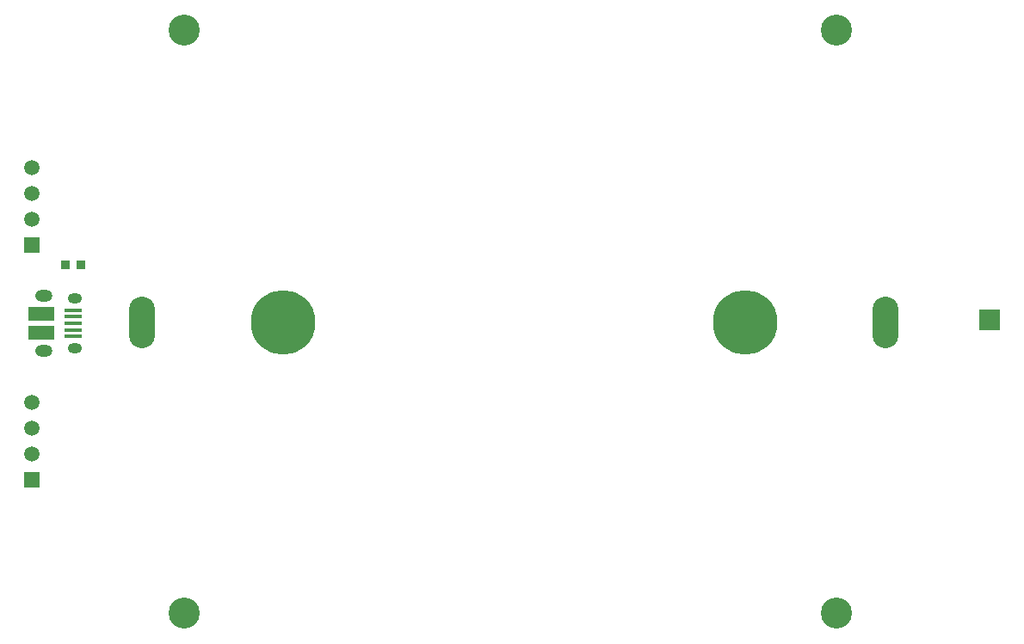
<source format=gbr>
%TF.GenerationSoftware,Altium Limited,Altium Designer,19.1.9 (167)*%
G04 Layer_Color=255*
%FSLAX26Y26*%
%MOIN*%
%TF.FileFunction,Pads,Bot*%
%TF.Part,Single*%
G01*
G75*
%TA.AperFunction,SMDPad,CuDef*%
%ADD37R,0.038000X0.037000*%
%TA.AperFunction,ComponentPad*%
%ADD48C,0.250000*%
%ADD49O,0.100000X0.200000*%
%ADD50R,0.080000X0.080000*%
%ADD51O,0.066929X0.047244*%
%ADD52O,0.055118X0.039370*%
%ADD53C,0.059055*%
%ADD54R,0.059055X0.059055*%
%TA.AperFunction,ViaPad*%
%ADD55C,0.120000*%
%TA.AperFunction,SMDPad,CuDef*%
%ADD70R,0.068898X0.015748*%
%ADD71R,0.098425X0.056102*%
D37*
X259000Y1510000D02*
D03*
X200000D02*
D03*
D48*
X2831685Y1286000D02*
D03*
X1042315D02*
D03*
D49*
X497039D02*
D03*
X3376961D02*
D03*
D50*
X3778000Y1298000D02*
D03*
D51*
X117276Y1391284D02*
D03*
Y1176716D02*
D03*
D52*
X236567Y1379472D02*
D03*
Y1188528D02*
D03*
D53*
X70000Y976000D02*
D03*
Y776000D02*
D03*
Y876000D02*
D03*
Y1787000D02*
D03*
Y1687000D02*
D03*
Y1887000D02*
D03*
D54*
Y676000D02*
D03*
Y1587000D02*
D03*
D55*
X659000Y2419000D02*
D03*
X3186000Y160000D02*
D03*
X659000D02*
D03*
X3186000Y2419000D02*
D03*
D70*
X228496Y1284000D02*
D03*
Y1258409D02*
D03*
Y1232819D02*
D03*
Y1309591D02*
D03*
Y1335181D02*
D03*
D71*
X107433Y1246106D02*
D03*
Y1321894D02*
D03*
%TF.MD5,b1a479030526688a1d16442b2c153868*%
M02*

</source>
